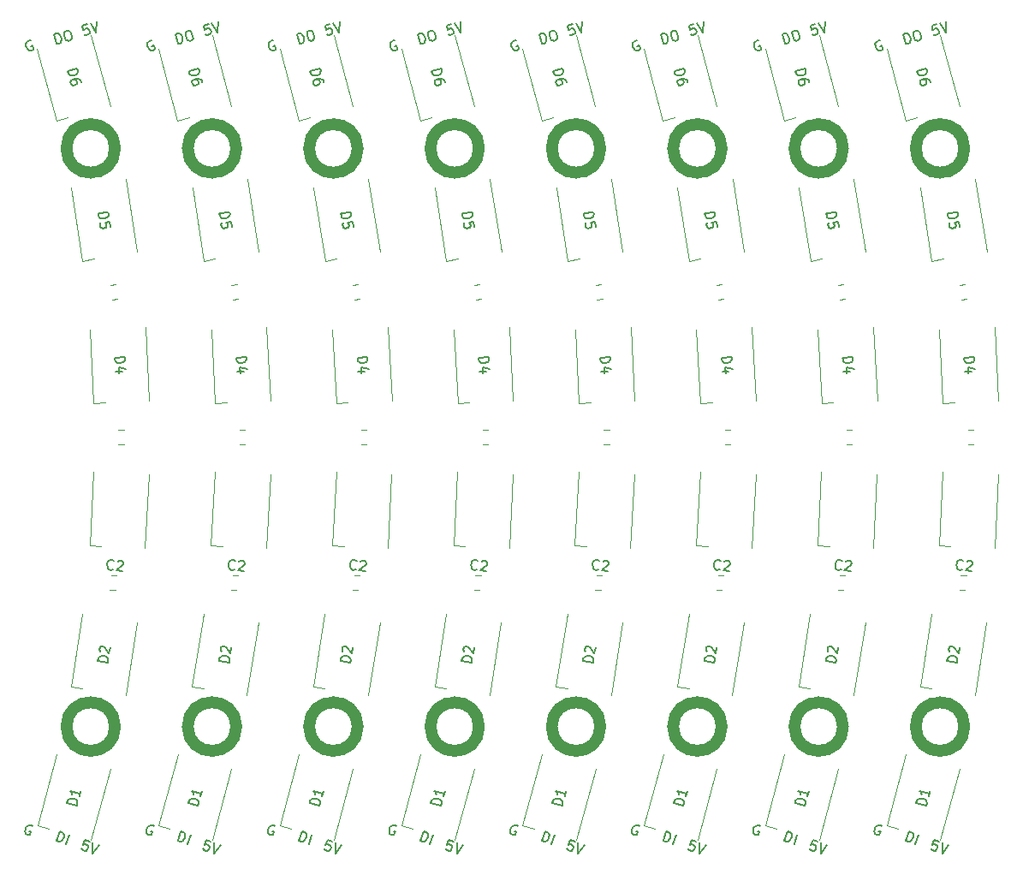
<source format=gbr>
%TF.GenerationSoftware,KiCad,Pcbnew,(5.1.9)-1*%
%TF.CreationDate,2021-02-05T18:08:36+10:00*%
%TF.ProjectId,PCB,5043422e-6b69-4636-9164-5f7063625858,rev?*%
%TF.SameCoordinates,Original*%
%TF.FileFunction,Legend,Top*%
%TF.FilePolarity,Positive*%
%FSLAX46Y46*%
G04 Gerber Fmt 4.6, Leading zero omitted, Abs format (unit mm)*
G04 Created by KiCad (PCBNEW (5.1.9)-1) date 2021-02-05 18:08:36*
%MOMM*%
%LPD*%
G01*
G04 APERTURE LIST*
%ADD10C,0.120000*%
%ADD11C,1.200000*%
%ADD12C,0.150000*%
G04 APERTURE END LIST*
D10*
%TO.C,D4*%
X191096827Y-68474796D02*
X191478879Y-75764792D01*
X185604365Y-68762644D02*
X185986417Y-76052640D01*
X185986417Y-76052640D02*
X187134841Y-75992453D01*
X179096827Y-68474796D02*
X179478879Y-75764792D01*
X173604365Y-68762644D02*
X173986417Y-76052640D01*
X173986417Y-76052640D02*
X175134841Y-75992453D01*
X167096827Y-68474796D02*
X167478879Y-75764792D01*
X161604365Y-68762644D02*
X161986417Y-76052640D01*
X161986417Y-76052640D02*
X163134841Y-75992453D01*
X155096827Y-68474796D02*
X155478879Y-75764792D01*
X149604365Y-68762644D02*
X149986417Y-76052640D01*
X149986417Y-76052640D02*
X151134841Y-75992453D01*
X143096827Y-68474796D02*
X143478879Y-75764792D01*
X137604365Y-68762644D02*
X137986417Y-76052640D01*
X137986417Y-76052640D02*
X139134841Y-75992453D01*
X131096827Y-68474796D02*
X131478879Y-75764792D01*
X125604365Y-68762644D02*
X125986417Y-76052640D01*
X125986417Y-76052640D02*
X127134841Y-75992453D01*
X119096827Y-68474796D02*
X119478879Y-75764792D01*
X113604365Y-68762644D02*
X113986417Y-76052640D01*
X113986417Y-76052640D02*
X115134841Y-75992453D01*
%TO.C,C2*%
X187760602Y-93033446D02*
X188280243Y-93088063D01*
X187606945Y-94495393D02*
X188126586Y-94550010D01*
X175760602Y-93033446D02*
X176280243Y-93088063D01*
X175606945Y-94495393D02*
X176126586Y-94550010D01*
X163760602Y-93033446D02*
X164280243Y-93088063D01*
X163606945Y-94495393D02*
X164126586Y-94550010D01*
X151760602Y-93033446D02*
X152280243Y-93088063D01*
X151606945Y-94495393D02*
X152126586Y-94550010D01*
X139760602Y-93033446D02*
X140280243Y-93088063D01*
X139606945Y-94495393D02*
X140126586Y-94550010D01*
X127760602Y-93033446D02*
X128280243Y-93088063D01*
X127606945Y-94495393D02*
X128126586Y-94550010D01*
X115760602Y-93033446D02*
X116280243Y-93088063D01*
X115606945Y-94495393D02*
X116126586Y-94550010D01*
%TO.C,D3*%
X191455459Y-83097508D02*
X191073407Y-90387504D01*
X185962997Y-82809660D02*
X185580945Y-90099656D01*
X185580945Y-90099656D02*
X186729369Y-90159842D01*
X179455459Y-83097508D02*
X179073407Y-90387504D01*
X173962997Y-82809660D02*
X173580945Y-90099656D01*
X173580945Y-90099656D02*
X174729369Y-90159842D01*
X167455459Y-83097508D02*
X167073407Y-90387504D01*
X161962997Y-82809660D02*
X161580945Y-90099656D01*
X161580945Y-90099656D02*
X162729369Y-90159842D01*
X155455459Y-83097508D02*
X155073407Y-90387504D01*
X149962997Y-82809660D02*
X149580945Y-90099656D01*
X149580945Y-90099656D02*
X150729369Y-90159842D01*
X143455459Y-83097508D02*
X143073407Y-90387504D01*
X137962997Y-82809660D02*
X137580945Y-90099656D01*
X137580945Y-90099656D02*
X138729369Y-90159842D01*
X131455459Y-83097508D02*
X131073407Y-90387504D01*
X125962997Y-82809660D02*
X125580945Y-90099656D01*
X125580945Y-90099656D02*
X126729369Y-90159842D01*
X119455459Y-83097508D02*
X119073407Y-90387504D01*
X113962997Y-82809660D02*
X113580945Y-90099656D01*
X113580945Y-90099656D02*
X114729369Y-90159842D01*
%TO.C,D1*%
X187615433Y-112198560D02*
X185726054Y-119249819D01*
X182302840Y-110775055D02*
X180413461Y-117826314D01*
X180413461Y-117826314D02*
X181524276Y-118123956D01*
X175615433Y-112198560D02*
X173726054Y-119249819D01*
X170302840Y-110775055D02*
X168413461Y-117826314D01*
X168413461Y-117826314D02*
X169524276Y-118123956D01*
X163615433Y-112198560D02*
X161726054Y-119249819D01*
X158302840Y-110775055D02*
X156413461Y-117826314D01*
X156413461Y-117826314D02*
X157524276Y-118123956D01*
X151615433Y-112198560D02*
X149726054Y-119249819D01*
X146302840Y-110775055D02*
X144413461Y-117826314D01*
X144413461Y-117826314D02*
X145524276Y-118123956D01*
X139615433Y-112198560D02*
X137726054Y-119249819D01*
X134302840Y-110775055D02*
X132413461Y-117826314D01*
X132413461Y-117826314D02*
X133524276Y-118123956D01*
X127615433Y-112198560D02*
X125726054Y-119249819D01*
X122302840Y-110775055D02*
X120413461Y-117826314D01*
X120413461Y-117826314D02*
X121524276Y-118123956D01*
X115615433Y-112198560D02*
X113726054Y-119249819D01*
X110302840Y-110775055D02*
X108413461Y-117826314D01*
X108413461Y-117826314D02*
X109524276Y-118123956D01*
%TO.C,D2*%
X190291070Y-97734268D02*
X189149098Y-104944393D01*
X184858784Y-96873879D02*
X183716812Y-104084004D01*
X183716812Y-104084004D02*
X184852654Y-104263903D01*
X178291070Y-97734268D02*
X177149098Y-104944393D01*
X172858784Y-96873879D02*
X171716812Y-104084004D01*
X171716812Y-104084004D02*
X172852654Y-104263903D01*
X166291070Y-97734268D02*
X165149098Y-104944393D01*
X160858784Y-96873879D02*
X159716812Y-104084004D01*
X159716812Y-104084004D02*
X160852654Y-104263903D01*
X154291070Y-97734268D02*
X153149098Y-104944393D01*
X148858784Y-96873879D02*
X147716812Y-104084004D01*
X147716812Y-104084004D02*
X148852654Y-104263903D01*
X142291070Y-97734268D02*
X141149098Y-104944393D01*
X136858784Y-96873879D02*
X135716812Y-104084004D01*
X135716812Y-104084004D02*
X136852654Y-104263903D01*
X130291070Y-97734268D02*
X129149098Y-104944393D01*
X124858784Y-96873879D02*
X123716812Y-104084004D01*
X123716812Y-104084004D02*
X124852654Y-104263903D01*
X118291070Y-97734268D02*
X117149098Y-104944393D01*
X112858784Y-96873879D02*
X111716812Y-104084004D01*
X111716812Y-104084004D02*
X112852654Y-104263903D01*
D11*
%TO.C,REF\u002A\u002A*%
X188096795Y-50850020D02*
G75*
G03*
X188096795Y-50850020I-2400000J0D01*
G01*
X176096795Y-50850020D02*
G75*
G03*
X176096795Y-50850020I-2400000J0D01*
G01*
X164096795Y-50850020D02*
G75*
G03*
X164096795Y-50850020I-2400000J0D01*
G01*
X152096795Y-50850020D02*
G75*
G03*
X152096795Y-50850020I-2400000J0D01*
G01*
X140096795Y-50850020D02*
G75*
G03*
X140096795Y-50850020I-2400000J0D01*
G01*
X128096795Y-50850020D02*
G75*
G03*
X128096795Y-50850020I-2400000J0D01*
G01*
X116096795Y-50850020D02*
G75*
G03*
X116096795Y-50850020I-2400000J0D01*
G01*
X188096795Y-108025735D02*
G75*
G03*
X188096795Y-108025735I-2400000J0D01*
G01*
X176096795Y-108025735D02*
G75*
G03*
X176096795Y-108025735I-2400000J0D01*
G01*
X164096795Y-108025735D02*
G75*
G03*
X164096795Y-108025735I-2400000J0D01*
G01*
X152096795Y-108025735D02*
G75*
G03*
X152096795Y-108025735I-2400000J0D01*
G01*
X140096795Y-108025735D02*
G75*
G03*
X140096795Y-108025735I-2400000J0D01*
G01*
X128096795Y-108025735D02*
G75*
G03*
X128096795Y-108025735I-2400000J0D01*
G01*
X116096795Y-108025735D02*
G75*
G03*
X116096795Y-108025735I-2400000J0D01*
G01*
D10*
%TO.C,D6*%
X185718967Y-39608608D02*
X187608346Y-46659867D01*
X180406374Y-41032113D02*
X182295753Y-48083372D01*
X182295753Y-48083372D02*
X183406568Y-47785730D01*
X173718967Y-39608608D02*
X175608346Y-46659867D01*
X168406374Y-41032113D02*
X170295753Y-48083372D01*
X170295753Y-48083372D02*
X171406568Y-47785730D01*
X161718967Y-39608608D02*
X163608346Y-46659867D01*
X156406374Y-41032113D02*
X158295753Y-48083372D01*
X158295753Y-48083372D02*
X159406568Y-47785730D01*
X149718967Y-39608608D02*
X151608346Y-46659867D01*
X144406374Y-41032113D02*
X146295753Y-48083372D01*
X146295753Y-48083372D02*
X147406568Y-47785730D01*
X137718967Y-39608608D02*
X139608346Y-46659867D01*
X132406374Y-41032113D02*
X134295753Y-48083372D01*
X134295753Y-48083372D02*
X135406568Y-47785730D01*
X125718967Y-39608608D02*
X127608346Y-46659867D01*
X120406374Y-41032113D02*
X122295753Y-48083372D01*
X122295753Y-48083372D02*
X123406568Y-47785730D01*
X113718967Y-39608608D02*
X115608346Y-46659867D01*
X108406374Y-41032113D02*
X110295753Y-48083372D01*
X110295753Y-48083372D02*
X111406568Y-47785730D01*
%TO.C,C4*%
X187624640Y-64353341D02*
X188144281Y-64298724D01*
X187778297Y-65815288D02*
X188297938Y-65760671D01*
X175624640Y-64353341D02*
X176144281Y-64298724D01*
X175778297Y-65815288D02*
X176297938Y-65760671D01*
X163624640Y-64353341D02*
X164144281Y-64298724D01*
X163778297Y-65815288D02*
X164297938Y-65760671D01*
X151624640Y-64353341D02*
X152144281Y-64298724D01*
X151778297Y-65815288D02*
X152297938Y-65760671D01*
X139624640Y-64353341D02*
X140144281Y-64298724D01*
X139778297Y-65815288D02*
X140297938Y-65760671D01*
X127624640Y-64353341D02*
X128144281Y-64298724D01*
X127778297Y-65815288D02*
X128297938Y-65760671D01*
X115624640Y-64353341D02*
X116144281Y-64298724D01*
X115778297Y-65815288D02*
X116297938Y-65760671D01*
%TO.C,C3*%
X188450029Y-78673468D02*
X188972533Y-78673468D01*
X188450029Y-80143468D02*
X188972533Y-80143468D01*
X176450029Y-78673468D02*
X176972533Y-78673468D01*
X176450029Y-80143468D02*
X176972533Y-80143468D01*
X164450029Y-78673468D02*
X164972533Y-78673468D01*
X164450029Y-80143468D02*
X164972533Y-80143468D01*
X152450029Y-78673468D02*
X152972533Y-78673468D01*
X152450029Y-80143468D02*
X152972533Y-80143468D01*
X140450029Y-78673468D02*
X140972533Y-78673468D01*
X140450029Y-80143468D02*
X140972533Y-80143468D01*
X128450029Y-78673468D02*
X128972533Y-78673468D01*
X128450029Y-80143468D02*
X128972533Y-80143468D01*
X116450029Y-78673468D02*
X116972533Y-78673468D01*
X116450029Y-80143468D02*
X116972533Y-80143468D01*
%TO.C,D5*%
X189170815Y-53892909D02*
X190312787Y-61103034D01*
X183738529Y-54753298D02*
X184880501Y-61963423D01*
X184880501Y-61963423D02*
X186016342Y-61783524D01*
X177170815Y-53892909D02*
X178312787Y-61103034D01*
X171738529Y-54753298D02*
X172880501Y-61963423D01*
X172880501Y-61963423D02*
X174016342Y-61783524D01*
X165170815Y-53892909D02*
X166312787Y-61103034D01*
X159738529Y-54753298D02*
X160880501Y-61963423D01*
X160880501Y-61963423D02*
X162016342Y-61783524D01*
X153170815Y-53892909D02*
X154312787Y-61103034D01*
X147738529Y-54753298D02*
X148880501Y-61963423D01*
X148880501Y-61963423D02*
X150016342Y-61783524D01*
X141170815Y-53892909D02*
X142312787Y-61103034D01*
X135738529Y-54753298D02*
X136880501Y-61963423D01*
X136880501Y-61963423D02*
X138016342Y-61783524D01*
X129170815Y-53892909D02*
X130312787Y-61103034D01*
X123738529Y-54753298D02*
X124880501Y-61963423D01*
X124880501Y-61963423D02*
X126016342Y-61783524D01*
X117170815Y-53892909D02*
X118312787Y-61103034D01*
X111738529Y-54753298D02*
X112880501Y-61963423D01*
X112880501Y-61963423D02*
X114016342Y-61783524D01*
%TO.C,D6*%
X98295753Y-48083372D02*
X99406568Y-47785730D01*
X96406374Y-41032113D02*
X98295753Y-48083372D01*
X101718967Y-39608608D02*
X103608346Y-46659867D01*
%TO.C,D5*%
X100880501Y-61963423D02*
X102016342Y-61783524D01*
X99738529Y-54753298D02*
X100880501Y-61963423D01*
X105170815Y-53892909D02*
X106312787Y-61103034D01*
%TO.C,C4*%
X103778297Y-65815288D02*
X104297938Y-65760671D01*
X103624640Y-64353341D02*
X104144281Y-64298724D01*
%TO.C,C3*%
X104450029Y-80143468D02*
X104972533Y-80143468D01*
X104450029Y-78673468D02*
X104972533Y-78673468D01*
%TO.C,C2*%
X103606945Y-94495393D02*
X104126586Y-94550010D01*
X103760602Y-93033446D02*
X104280243Y-93088063D01*
%TO.C,D4*%
X101986417Y-76052640D02*
X103134841Y-75992453D01*
X101604365Y-68762644D02*
X101986417Y-76052640D01*
X107096827Y-68474796D02*
X107478879Y-75764792D01*
%TO.C,D3*%
X101580945Y-90099656D02*
X102729369Y-90159842D01*
X101962997Y-82809660D02*
X101580945Y-90099656D01*
X107455459Y-83097508D02*
X107073407Y-90387504D01*
%TO.C,D2*%
X99716812Y-104084004D02*
X100852654Y-104263903D01*
X100858784Y-96873879D02*
X99716812Y-104084004D01*
X106291070Y-97734268D02*
X105149098Y-104944393D01*
%TO.C,D1*%
X96413461Y-117826314D02*
X97524276Y-118123956D01*
X98302840Y-110775055D02*
X96413461Y-117826314D01*
X103615433Y-112198560D02*
X101726054Y-119249819D01*
D11*
%TO.C,REF\u002A\u002A*%
X104096795Y-108025735D02*
G75*
G03*
X104096795Y-108025735I-2400000J0D01*
G01*
X104096795Y-50850020D02*
G75*
G03*
X104096795Y-50850020I-2400000J0D01*
G01*
%TO.C,GND1*%
D12*
X179932994Y-117893204D02*
X179857133Y-117818486D01*
X179721267Y-117774340D01*
X179570687Y-117775484D01*
X179450680Y-117836630D01*
X179375961Y-117912492D01*
X179271813Y-118078930D01*
X179227667Y-118214796D01*
X179214095Y-118410664D01*
X179229954Y-118515956D01*
X179291100Y-118635963D01*
X179412250Y-118725397D01*
X179502827Y-118754827D01*
X179653407Y-118753684D01*
X179713411Y-118723111D01*
X179816417Y-118406092D01*
X179635263Y-118347231D01*
X167932994Y-117893204D02*
X167857133Y-117818486D01*
X167721267Y-117774340D01*
X167570687Y-117775484D01*
X167450680Y-117836630D01*
X167375961Y-117912492D01*
X167271813Y-118078930D01*
X167227667Y-118214796D01*
X167214095Y-118410664D01*
X167229954Y-118515956D01*
X167291100Y-118635963D01*
X167412250Y-118725397D01*
X167502827Y-118754827D01*
X167653407Y-118753684D01*
X167713411Y-118723111D01*
X167816417Y-118406092D01*
X167635263Y-118347231D01*
X155932994Y-117893204D02*
X155857133Y-117818486D01*
X155721267Y-117774340D01*
X155570687Y-117775484D01*
X155450680Y-117836630D01*
X155375961Y-117912492D01*
X155271813Y-118078930D01*
X155227667Y-118214796D01*
X155214095Y-118410664D01*
X155229954Y-118515956D01*
X155291100Y-118635963D01*
X155412250Y-118725397D01*
X155502827Y-118754827D01*
X155653407Y-118753684D01*
X155713411Y-118723111D01*
X155816417Y-118406092D01*
X155635263Y-118347231D01*
X143932994Y-117893204D02*
X143857133Y-117818486D01*
X143721267Y-117774340D01*
X143570687Y-117775484D01*
X143450680Y-117836630D01*
X143375961Y-117912492D01*
X143271813Y-118078930D01*
X143227667Y-118214796D01*
X143214095Y-118410664D01*
X143229954Y-118515956D01*
X143291100Y-118635963D01*
X143412250Y-118725397D01*
X143502827Y-118754827D01*
X143653407Y-118753684D01*
X143713411Y-118723111D01*
X143816417Y-118406092D01*
X143635263Y-118347231D01*
X131932994Y-117893204D02*
X131857133Y-117818486D01*
X131721267Y-117774340D01*
X131570687Y-117775484D01*
X131450680Y-117836630D01*
X131375961Y-117912492D01*
X131271813Y-118078930D01*
X131227667Y-118214796D01*
X131214095Y-118410664D01*
X131229954Y-118515956D01*
X131291100Y-118635963D01*
X131412250Y-118725397D01*
X131502827Y-118754827D01*
X131653407Y-118753684D01*
X131713411Y-118723111D01*
X131816417Y-118406092D01*
X131635263Y-118347231D01*
X119932994Y-117893204D02*
X119857133Y-117818486D01*
X119721267Y-117774340D01*
X119570687Y-117775484D01*
X119450680Y-117836630D01*
X119375961Y-117912492D01*
X119271813Y-118078930D01*
X119227667Y-118214796D01*
X119214095Y-118410664D01*
X119229954Y-118515956D01*
X119291100Y-118635963D01*
X119412250Y-118725397D01*
X119502827Y-118754827D01*
X119653407Y-118753684D01*
X119713411Y-118723111D01*
X119816417Y-118406092D01*
X119635263Y-118347231D01*
X107932994Y-117893204D02*
X107857133Y-117818486D01*
X107721267Y-117774340D01*
X107570687Y-117775484D01*
X107450680Y-117836630D01*
X107375961Y-117912492D01*
X107271813Y-118078930D01*
X107227667Y-118214796D01*
X107214095Y-118410664D01*
X107229954Y-118515956D01*
X107291100Y-118635963D01*
X107412250Y-118725397D01*
X107502827Y-118754827D01*
X107653407Y-118753684D01*
X107713411Y-118723111D01*
X107816417Y-118406092D01*
X107635263Y-118347231D01*
%TO.C,5V*%
X185350479Y-38560139D02*
X184890515Y-38683386D01*
X184967765Y-39155676D01*
X185001437Y-39097354D01*
X185081105Y-39026708D01*
X185311088Y-38965085D01*
X185415405Y-38986432D01*
X185473727Y-39020104D01*
X185544372Y-39099772D01*
X185605996Y-39329754D01*
X185584649Y-39434072D01*
X185550977Y-39492393D01*
X185471309Y-39563039D01*
X185241327Y-39624663D01*
X185137009Y-39603316D01*
X185078688Y-39569644D01*
X185672455Y-38473866D02*
X186253249Y-39353519D01*
X186316405Y-38301320D01*
X173350479Y-38560139D02*
X172890515Y-38683386D01*
X172967765Y-39155676D01*
X173001437Y-39097354D01*
X173081105Y-39026708D01*
X173311088Y-38965085D01*
X173415405Y-38986432D01*
X173473727Y-39020104D01*
X173544372Y-39099772D01*
X173605996Y-39329754D01*
X173584649Y-39434072D01*
X173550977Y-39492393D01*
X173471309Y-39563039D01*
X173241327Y-39624663D01*
X173137009Y-39603316D01*
X173078688Y-39569644D01*
X173672455Y-38473866D02*
X174253249Y-39353519D01*
X174316405Y-38301320D01*
X161350479Y-38560139D02*
X160890515Y-38683386D01*
X160967765Y-39155676D01*
X161001437Y-39097354D01*
X161081105Y-39026708D01*
X161311088Y-38965085D01*
X161415405Y-38986432D01*
X161473727Y-39020104D01*
X161544372Y-39099772D01*
X161605996Y-39329754D01*
X161584649Y-39434072D01*
X161550977Y-39492393D01*
X161471309Y-39563039D01*
X161241327Y-39624663D01*
X161137009Y-39603316D01*
X161078688Y-39569644D01*
X161672455Y-38473866D02*
X162253249Y-39353519D01*
X162316405Y-38301320D01*
X149350479Y-38560139D02*
X148890515Y-38683386D01*
X148967765Y-39155676D01*
X149001437Y-39097354D01*
X149081105Y-39026708D01*
X149311088Y-38965085D01*
X149415405Y-38986432D01*
X149473727Y-39020104D01*
X149544372Y-39099772D01*
X149605996Y-39329754D01*
X149584649Y-39434072D01*
X149550977Y-39492393D01*
X149471309Y-39563039D01*
X149241327Y-39624663D01*
X149137009Y-39603316D01*
X149078688Y-39569644D01*
X149672455Y-38473866D02*
X150253249Y-39353519D01*
X150316405Y-38301320D01*
X137350479Y-38560139D02*
X136890515Y-38683386D01*
X136967765Y-39155676D01*
X137001437Y-39097354D01*
X137081105Y-39026708D01*
X137311088Y-38965085D01*
X137415405Y-38986432D01*
X137473727Y-39020104D01*
X137544372Y-39099772D01*
X137605996Y-39329754D01*
X137584649Y-39434072D01*
X137550977Y-39492393D01*
X137471309Y-39563039D01*
X137241327Y-39624663D01*
X137137009Y-39603316D01*
X137078688Y-39569644D01*
X137672455Y-38473866D02*
X138253249Y-39353519D01*
X138316405Y-38301320D01*
X125350479Y-38560139D02*
X124890515Y-38683386D01*
X124967765Y-39155676D01*
X125001437Y-39097354D01*
X125081105Y-39026708D01*
X125311088Y-38965085D01*
X125415405Y-38986432D01*
X125473727Y-39020104D01*
X125544372Y-39099772D01*
X125605996Y-39329754D01*
X125584649Y-39434072D01*
X125550977Y-39492393D01*
X125471309Y-39563039D01*
X125241327Y-39624663D01*
X125137009Y-39603316D01*
X125078688Y-39569644D01*
X125672455Y-38473866D02*
X126253249Y-39353519D01*
X126316405Y-38301320D01*
X113350479Y-38560139D02*
X112890515Y-38683386D01*
X112967765Y-39155676D01*
X113001437Y-39097354D01*
X113081105Y-39026708D01*
X113311088Y-38965085D01*
X113415405Y-38986432D01*
X113473727Y-39020104D01*
X113544372Y-39099772D01*
X113605996Y-39329754D01*
X113584649Y-39434072D01*
X113550977Y-39492393D01*
X113471309Y-39563039D01*
X113241327Y-39624663D01*
X113137009Y-39603316D01*
X113078688Y-39569644D01*
X113672455Y-38473866D02*
X114253249Y-39353519D01*
X114316405Y-38301320D01*
%TO.C,G*%
X179754571Y-40190851D02*
X179650253Y-40169504D01*
X179512263Y-40206478D01*
X179386599Y-40289448D01*
X179319255Y-40406091D01*
X179297908Y-40510408D01*
X179301211Y-40706719D01*
X179338185Y-40844708D01*
X179433480Y-41016370D01*
X179504126Y-41096038D01*
X179620768Y-41163381D01*
X179771083Y-41172404D01*
X179863075Y-41147754D01*
X179988740Y-41064784D01*
X180022412Y-41006462D01*
X179936139Y-40684487D01*
X179752153Y-40733786D01*
X167754571Y-40190851D02*
X167650253Y-40169504D01*
X167512263Y-40206478D01*
X167386599Y-40289448D01*
X167319255Y-40406091D01*
X167297908Y-40510408D01*
X167301211Y-40706719D01*
X167338185Y-40844708D01*
X167433480Y-41016370D01*
X167504126Y-41096038D01*
X167620768Y-41163381D01*
X167771083Y-41172404D01*
X167863075Y-41147754D01*
X167988740Y-41064784D01*
X168022412Y-41006462D01*
X167936139Y-40684487D01*
X167752153Y-40733786D01*
X155754571Y-40190851D02*
X155650253Y-40169504D01*
X155512263Y-40206478D01*
X155386599Y-40289448D01*
X155319255Y-40406091D01*
X155297908Y-40510408D01*
X155301211Y-40706719D01*
X155338185Y-40844708D01*
X155433480Y-41016370D01*
X155504126Y-41096038D01*
X155620768Y-41163381D01*
X155771083Y-41172404D01*
X155863075Y-41147754D01*
X155988740Y-41064784D01*
X156022412Y-41006462D01*
X155936139Y-40684487D01*
X155752153Y-40733786D01*
X143754571Y-40190851D02*
X143650253Y-40169504D01*
X143512263Y-40206478D01*
X143386599Y-40289448D01*
X143319255Y-40406091D01*
X143297908Y-40510408D01*
X143301211Y-40706719D01*
X143338185Y-40844708D01*
X143433480Y-41016370D01*
X143504126Y-41096038D01*
X143620768Y-41163381D01*
X143771083Y-41172404D01*
X143863075Y-41147754D01*
X143988740Y-41064784D01*
X144022412Y-41006462D01*
X143936139Y-40684487D01*
X143752153Y-40733786D01*
X131754571Y-40190851D02*
X131650253Y-40169504D01*
X131512263Y-40206478D01*
X131386599Y-40289448D01*
X131319255Y-40406091D01*
X131297908Y-40510408D01*
X131301211Y-40706719D01*
X131338185Y-40844708D01*
X131433480Y-41016370D01*
X131504126Y-41096038D01*
X131620768Y-41163381D01*
X131771083Y-41172404D01*
X131863075Y-41147754D01*
X131988740Y-41064784D01*
X132022412Y-41006462D01*
X131936139Y-40684487D01*
X131752153Y-40733786D01*
X119754571Y-40190851D02*
X119650253Y-40169504D01*
X119512263Y-40206478D01*
X119386599Y-40289448D01*
X119319255Y-40406091D01*
X119297908Y-40510408D01*
X119301211Y-40706719D01*
X119338185Y-40844708D01*
X119433480Y-41016370D01*
X119504126Y-41096038D01*
X119620768Y-41163381D01*
X119771083Y-41172404D01*
X119863075Y-41147754D01*
X119988740Y-41064784D01*
X120022412Y-41006462D01*
X119936139Y-40684487D01*
X119752153Y-40733786D01*
X107754571Y-40190851D02*
X107650253Y-40169504D01*
X107512263Y-40206478D01*
X107386599Y-40289448D01*
X107319255Y-40406091D01*
X107297908Y-40510408D01*
X107301211Y-40706719D01*
X107338185Y-40844708D01*
X107433480Y-41016370D01*
X107504126Y-41096038D01*
X107620768Y-41163381D01*
X107771083Y-41172404D01*
X107863075Y-41147754D01*
X107988740Y-41064784D01*
X108022412Y-41006462D01*
X107936139Y-40684487D01*
X107752153Y-40733786D01*
%TO.C,5V*%
X185588069Y-119409922D02*
X185135185Y-119262772D01*
X184942746Y-119700940D01*
X185002750Y-119670367D01*
X185108041Y-119654509D01*
X185334483Y-119728084D01*
X185410345Y-119802803D01*
X185440919Y-119862807D01*
X185456777Y-119968098D01*
X185383201Y-120194540D01*
X185308483Y-120270402D01*
X185248479Y-120300975D01*
X185143187Y-120316834D01*
X184916745Y-120243258D01*
X184840884Y-120168540D01*
X184810310Y-120108536D01*
X185905088Y-119512928D02*
X185913090Y-120566990D01*
X186539126Y-119718939D01*
X173588069Y-119409922D02*
X173135185Y-119262772D01*
X172942746Y-119700940D01*
X173002750Y-119670367D01*
X173108041Y-119654509D01*
X173334483Y-119728084D01*
X173410345Y-119802803D01*
X173440919Y-119862807D01*
X173456777Y-119968098D01*
X173383201Y-120194540D01*
X173308483Y-120270402D01*
X173248479Y-120300975D01*
X173143187Y-120316834D01*
X172916745Y-120243258D01*
X172840884Y-120168540D01*
X172810310Y-120108536D01*
X173905088Y-119512928D02*
X173913090Y-120566990D01*
X174539126Y-119718939D01*
X161588069Y-119409922D02*
X161135185Y-119262772D01*
X160942746Y-119700940D01*
X161002750Y-119670367D01*
X161108041Y-119654509D01*
X161334483Y-119728084D01*
X161410345Y-119802803D01*
X161440919Y-119862807D01*
X161456777Y-119968098D01*
X161383201Y-120194540D01*
X161308483Y-120270402D01*
X161248479Y-120300975D01*
X161143187Y-120316834D01*
X160916745Y-120243258D01*
X160840884Y-120168540D01*
X160810310Y-120108536D01*
X161905088Y-119512928D02*
X161913090Y-120566990D01*
X162539126Y-119718939D01*
X149588069Y-119409922D02*
X149135185Y-119262772D01*
X148942746Y-119700940D01*
X149002750Y-119670367D01*
X149108041Y-119654509D01*
X149334483Y-119728084D01*
X149410345Y-119802803D01*
X149440919Y-119862807D01*
X149456777Y-119968098D01*
X149383201Y-120194540D01*
X149308483Y-120270402D01*
X149248479Y-120300975D01*
X149143187Y-120316834D01*
X148916745Y-120243258D01*
X148840884Y-120168540D01*
X148810310Y-120108536D01*
X149905088Y-119512928D02*
X149913090Y-120566990D01*
X150539126Y-119718939D01*
X137588069Y-119409922D02*
X137135185Y-119262772D01*
X136942746Y-119700940D01*
X137002750Y-119670367D01*
X137108041Y-119654509D01*
X137334483Y-119728084D01*
X137410345Y-119802803D01*
X137440919Y-119862807D01*
X137456777Y-119968098D01*
X137383201Y-120194540D01*
X137308483Y-120270402D01*
X137248479Y-120300975D01*
X137143187Y-120316834D01*
X136916745Y-120243258D01*
X136840884Y-120168540D01*
X136810310Y-120108536D01*
X137905088Y-119512928D02*
X137913090Y-120566990D01*
X138539126Y-119718939D01*
X125588069Y-119409922D02*
X125135185Y-119262772D01*
X124942746Y-119700940D01*
X125002750Y-119670367D01*
X125108041Y-119654509D01*
X125334483Y-119728084D01*
X125410345Y-119802803D01*
X125440919Y-119862807D01*
X125456777Y-119968098D01*
X125383201Y-120194540D01*
X125308483Y-120270402D01*
X125248479Y-120300975D01*
X125143187Y-120316834D01*
X124916745Y-120243258D01*
X124840884Y-120168540D01*
X124810310Y-120108536D01*
X125905088Y-119512928D02*
X125913090Y-120566990D01*
X126539126Y-119718939D01*
X113588069Y-119409922D02*
X113135185Y-119262772D01*
X112942746Y-119700940D01*
X113002750Y-119670367D01*
X113108041Y-119654509D01*
X113334483Y-119728084D01*
X113410345Y-119802803D01*
X113440919Y-119862807D01*
X113456777Y-119968098D01*
X113383201Y-120194540D01*
X113308483Y-120270402D01*
X113248479Y-120300975D01*
X113143187Y-120316834D01*
X112916745Y-120243258D01*
X112840884Y-120168540D01*
X112810310Y-120108536D01*
X113905088Y-119512928D02*
X113913090Y-120566990D01*
X114539126Y-119718939D01*
%TO.C,DO*%
X182341943Y-40518324D02*
X182083124Y-39552398D01*
X182313106Y-39490774D01*
X182463420Y-39499797D01*
X182580062Y-39567140D01*
X182650708Y-39646808D01*
X182746004Y-39818470D01*
X182782978Y-39956459D01*
X182786280Y-40152770D01*
X182764933Y-40257087D01*
X182697590Y-40373730D01*
X182571925Y-40456700D01*
X182341943Y-40518324D01*
X183233035Y-39244280D02*
X183417021Y-39194981D01*
X183521339Y-39216328D01*
X183637981Y-39283672D01*
X183733276Y-39455333D01*
X183819549Y-39777308D01*
X183822852Y-39973619D01*
X183755508Y-40090261D01*
X183675840Y-40160907D01*
X183491854Y-40210206D01*
X183387537Y-40188859D01*
X183270894Y-40121515D01*
X183175599Y-39949854D01*
X183089326Y-39627879D01*
X183086024Y-39431568D01*
X183153367Y-39314926D01*
X183233035Y-39244280D01*
X170341943Y-40518324D02*
X170083124Y-39552398D01*
X170313106Y-39490774D01*
X170463420Y-39499797D01*
X170580062Y-39567140D01*
X170650708Y-39646808D01*
X170746004Y-39818470D01*
X170782978Y-39956459D01*
X170786280Y-40152770D01*
X170764933Y-40257087D01*
X170697590Y-40373730D01*
X170571925Y-40456700D01*
X170341943Y-40518324D01*
X171233035Y-39244280D02*
X171417021Y-39194981D01*
X171521339Y-39216328D01*
X171637981Y-39283672D01*
X171733276Y-39455333D01*
X171819549Y-39777308D01*
X171822852Y-39973619D01*
X171755508Y-40090261D01*
X171675840Y-40160907D01*
X171491854Y-40210206D01*
X171387537Y-40188859D01*
X171270894Y-40121515D01*
X171175599Y-39949854D01*
X171089326Y-39627879D01*
X171086024Y-39431568D01*
X171153367Y-39314926D01*
X171233035Y-39244280D01*
X158341943Y-40518324D02*
X158083124Y-39552398D01*
X158313106Y-39490774D01*
X158463420Y-39499797D01*
X158580062Y-39567140D01*
X158650708Y-39646808D01*
X158746004Y-39818470D01*
X158782978Y-39956459D01*
X158786280Y-40152770D01*
X158764933Y-40257087D01*
X158697590Y-40373730D01*
X158571925Y-40456700D01*
X158341943Y-40518324D01*
X159233035Y-39244280D02*
X159417021Y-39194981D01*
X159521339Y-39216328D01*
X159637981Y-39283672D01*
X159733276Y-39455333D01*
X159819549Y-39777308D01*
X159822852Y-39973619D01*
X159755508Y-40090261D01*
X159675840Y-40160907D01*
X159491854Y-40210206D01*
X159387537Y-40188859D01*
X159270894Y-40121515D01*
X159175599Y-39949854D01*
X159089326Y-39627879D01*
X159086024Y-39431568D01*
X159153367Y-39314926D01*
X159233035Y-39244280D01*
X146341943Y-40518324D02*
X146083124Y-39552398D01*
X146313106Y-39490774D01*
X146463420Y-39499797D01*
X146580062Y-39567140D01*
X146650708Y-39646808D01*
X146746004Y-39818470D01*
X146782978Y-39956459D01*
X146786280Y-40152770D01*
X146764933Y-40257087D01*
X146697590Y-40373730D01*
X146571925Y-40456700D01*
X146341943Y-40518324D01*
X147233035Y-39244280D02*
X147417021Y-39194981D01*
X147521339Y-39216328D01*
X147637981Y-39283672D01*
X147733276Y-39455333D01*
X147819549Y-39777308D01*
X147822852Y-39973619D01*
X147755508Y-40090261D01*
X147675840Y-40160907D01*
X147491854Y-40210206D01*
X147387537Y-40188859D01*
X147270894Y-40121515D01*
X147175599Y-39949854D01*
X147089326Y-39627879D01*
X147086024Y-39431568D01*
X147153367Y-39314926D01*
X147233035Y-39244280D01*
X134341943Y-40518324D02*
X134083124Y-39552398D01*
X134313106Y-39490774D01*
X134463420Y-39499797D01*
X134580062Y-39567140D01*
X134650708Y-39646808D01*
X134746004Y-39818470D01*
X134782978Y-39956459D01*
X134786280Y-40152770D01*
X134764933Y-40257087D01*
X134697590Y-40373730D01*
X134571925Y-40456700D01*
X134341943Y-40518324D01*
X135233035Y-39244280D02*
X135417021Y-39194981D01*
X135521339Y-39216328D01*
X135637981Y-39283672D01*
X135733276Y-39455333D01*
X135819549Y-39777308D01*
X135822852Y-39973619D01*
X135755508Y-40090261D01*
X135675840Y-40160907D01*
X135491854Y-40210206D01*
X135387537Y-40188859D01*
X135270894Y-40121515D01*
X135175599Y-39949854D01*
X135089326Y-39627879D01*
X135086024Y-39431568D01*
X135153367Y-39314926D01*
X135233035Y-39244280D01*
X122341943Y-40518324D02*
X122083124Y-39552398D01*
X122313106Y-39490774D01*
X122463420Y-39499797D01*
X122580062Y-39567140D01*
X122650708Y-39646808D01*
X122746004Y-39818470D01*
X122782978Y-39956459D01*
X122786280Y-40152770D01*
X122764933Y-40257087D01*
X122697590Y-40373730D01*
X122571925Y-40456700D01*
X122341943Y-40518324D01*
X123233035Y-39244280D02*
X123417021Y-39194981D01*
X123521339Y-39216328D01*
X123637981Y-39283672D01*
X123733276Y-39455333D01*
X123819549Y-39777308D01*
X123822852Y-39973619D01*
X123755508Y-40090261D01*
X123675840Y-40160907D01*
X123491854Y-40210206D01*
X123387537Y-40188859D01*
X123270894Y-40121515D01*
X123175599Y-39949854D01*
X123089326Y-39627879D01*
X123086024Y-39431568D01*
X123153367Y-39314926D01*
X123233035Y-39244280D01*
X110341943Y-40518324D02*
X110083124Y-39552398D01*
X110313106Y-39490774D01*
X110463420Y-39499797D01*
X110580062Y-39567140D01*
X110650708Y-39646808D01*
X110746004Y-39818470D01*
X110782978Y-39956459D01*
X110786280Y-40152770D01*
X110764933Y-40257087D01*
X110697590Y-40373730D01*
X110571925Y-40456700D01*
X110341943Y-40518324D01*
X111233035Y-39244280D02*
X111417021Y-39194981D01*
X111521339Y-39216328D01*
X111637981Y-39283672D01*
X111733276Y-39455333D01*
X111819549Y-39777308D01*
X111822852Y-39973619D01*
X111755508Y-40090261D01*
X111675840Y-40160907D01*
X111491854Y-40210206D01*
X111387537Y-40188859D01*
X111270894Y-40121515D01*
X111175599Y-39949854D01*
X111089326Y-39627879D01*
X111086024Y-39431568D01*
X111153367Y-39314926D01*
X111233035Y-39244280D01*
%TO.C,DI1*%
X182317678Y-119325531D02*
X182626695Y-118374474D01*
X182853137Y-118448050D01*
X182974287Y-118537484D01*
X183035434Y-118657491D01*
X183051292Y-118762782D01*
X183037720Y-118958651D01*
X182993575Y-119094516D01*
X182889426Y-119260955D01*
X182814707Y-119336817D01*
X182694700Y-119397963D01*
X182544120Y-119399106D01*
X182317678Y-119325531D01*
X183268734Y-119634548D02*
X183577751Y-118683491D01*
X170317678Y-119325531D02*
X170626695Y-118374474D01*
X170853137Y-118448050D01*
X170974287Y-118537484D01*
X171035434Y-118657491D01*
X171051292Y-118762782D01*
X171037720Y-118958651D01*
X170993575Y-119094516D01*
X170889426Y-119260955D01*
X170814707Y-119336817D01*
X170694700Y-119397963D01*
X170544120Y-119399106D01*
X170317678Y-119325531D01*
X171268734Y-119634548D02*
X171577751Y-118683491D01*
X158317678Y-119325531D02*
X158626695Y-118374474D01*
X158853137Y-118448050D01*
X158974287Y-118537484D01*
X159035434Y-118657491D01*
X159051292Y-118762782D01*
X159037720Y-118958651D01*
X158993575Y-119094516D01*
X158889426Y-119260955D01*
X158814707Y-119336817D01*
X158694700Y-119397963D01*
X158544120Y-119399106D01*
X158317678Y-119325531D01*
X159268734Y-119634548D02*
X159577751Y-118683491D01*
X146317678Y-119325531D02*
X146626695Y-118374474D01*
X146853137Y-118448050D01*
X146974287Y-118537484D01*
X147035434Y-118657491D01*
X147051292Y-118762782D01*
X147037720Y-118958651D01*
X146993575Y-119094516D01*
X146889426Y-119260955D01*
X146814707Y-119336817D01*
X146694700Y-119397963D01*
X146544120Y-119399106D01*
X146317678Y-119325531D01*
X147268734Y-119634548D02*
X147577751Y-118683491D01*
X134317678Y-119325531D02*
X134626695Y-118374474D01*
X134853137Y-118448050D01*
X134974287Y-118537484D01*
X135035434Y-118657491D01*
X135051292Y-118762782D01*
X135037720Y-118958651D01*
X134993575Y-119094516D01*
X134889426Y-119260955D01*
X134814707Y-119336817D01*
X134694700Y-119397963D01*
X134544120Y-119399106D01*
X134317678Y-119325531D01*
X135268734Y-119634548D02*
X135577751Y-118683491D01*
X122317678Y-119325531D02*
X122626695Y-118374474D01*
X122853137Y-118448050D01*
X122974287Y-118537484D01*
X123035434Y-118657491D01*
X123051292Y-118762782D01*
X123037720Y-118958651D01*
X122993575Y-119094516D01*
X122889426Y-119260955D01*
X122814707Y-119336817D01*
X122694700Y-119397963D01*
X122544120Y-119399106D01*
X122317678Y-119325531D01*
X123268734Y-119634548D02*
X123577751Y-118683491D01*
X110317678Y-119325531D02*
X110626695Y-118374474D01*
X110853137Y-118448050D01*
X110974287Y-118537484D01*
X111035434Y-118657491D01*
X111051292Y-118762782D01*
X111037720Y-118958651D01*
X110993575Y-119094516D01*
X110889426Y-119260955D01*
X110814707Y-119336817D01*
X110694700Y-119397963D01*
X110544120Y-119399106D01*
X110317678Y-119325531D01*
X111268734Y-119634548D02*
X111577751Y-118683491D01*
%TO.C,D4*%
X188081410Y-71524192D02*
X189080039Y-71471856D01*
X189092500Y-71709625D01*
X189052423Y-71854778D01*
X188962300Y-71954870D01*
X188869684Y-72007408D01*
X188681961Y-72064931D01*
X188539300Y-72072407D01*
X188346593Y-72034822D01*
X188248993Y-71992253D01*
X188148901Y-71902130D01*
X188093871Y-71761961D01*
X188081410Y-71524192D01*
X188821928Y-72915915D02*
X188156175Y-72950805D01*
X189189898Y-72658208D02*
X188464130Y-72457822D01*
X188496528Y-73076021D01*
X176081410Y-71524192D02*
X177080039Y-71471856D01*
X177092500Y-71709625D01*
X177052423Y-71854778D01*
X176962300Y-71954870D01*
X176869684Y-72007408D01*
X176681961Y-72064931D01*
X176539300Y-72072407D01*
X176346593Y-72034822D01*
X176248993Y-71992253D01*
X176148901Y-71902130D01*
X176093871Y-71761961D01*
X176081410Y-71524192D01*
X176821928Y-72915915D02*
X176156175Y-72950805D01*
X177189898Y-72658208D02*
X176464130Y-72457822D01*
X176496528Y-73076021D01*
X164081410Y-71524192D02*
X165080039Y-71471856D01*
X165092500Y-71709625D01*
X165052423Y-71854778D01*
X164962300Y-71954870D01*
X164869684Y-72007408D01*
X164681961Y-72064931D01*
X164539300Y-72072407D01*
X164346593Y-72034822D01*
X164248993Y-71992253D01*
X164148901Y-71902130D01*
X164093871Y-71761961D01*
X164081410Y-71524192D01*
X164821928Y-72915915D02*
X164156175Y-72950805D01*
X165189898Y-72658208D02*
X164464130Y-72457822D01*
X164496528Y-73076021D01*
X152081410Y-71524192D02*
X153080039Y-71471856D01*
X153092500Y-71709625D01*
X153052423Y-71854778D01*
X152962300Y-71954870D01*
X152869684Y-72007408D01*
X152681961Y-72064931D01*
X152539300Y-72072407D01*
X152346593Y-72034822D01*
X152248993Y-71992253D01*
X152148901Y-71902130D01*
X152093871Y-71761961D01*
X152081410Y-71524192D01*
X152821928Y-72915915D02*
X152156175Y-72950805D01*
X153189898Y-72658208D02*
X152464130Y-72457822D01*
X152496528Y-73076021D01*
X140081410Y-71524192D02*
X141080039Y-71471856D01*
X141092500Y-71709625D01*
X141052423Y-71854778D01*
X140962300Y-71954870D01*
X140869684Y-72007408D01*
X140681961Y-72064931D01*
X140539300Y-72072407D01*
X140346593Y-72034822D01*
X140248993Y-71992253D01*
X140148901Y-71902130D01*
X140093871Y-71761961D01*
X140081410Y-71524192D01*
X140821928Y-72915915D02*
X140156175Y-72950805D01*
X141189898Y-72658208D02*
X140464130Y-72457822D01*
X140496528Y-73076021D01*
X128081410Y-71524192D02*
X129080039Y-71471856D01*
X129092500Y-71709625D01*
X129052423Y-71854778D01*
X128962300Y-71954870D01*
X128869684Y-72007408D01*
X128681961Y-72064931D01*
X128539300Y-72072407D01*
X128346593Y-72034822D01*
X128248993Y-71992253D01*
X128148901Y-71902130D01*
X128093871Y-71761961D01*
X128081410Y-71524192D01*
X128821928Y-72915915D02*
X128156175Y-72950805D01*
X129189898Y-72658208D02*
X128464130Y-72457822D01*
X128496528Y-73076021D01*
X116081410Y-71524192D02*
X117080039Y-71471856D01*
X117092500Y-71709625D01*
X117052423Y-71854778D01*
X116962300Y-71954870D01*
X116869684Y-72007408D01*
X116681961Y-72064931D01*
X116539300Y-72072407D01*
X116346593Y-72034822D01*
X116248993Y-71992253D01*
X116148901Y-71902130D01*
X116093871Y-71761961D01*
X116081410Y-71524192D01*
X116821928Y-72915915D02*
X116156175Y-72950805D01*
X117189898Y-72658208D02*
X116464130Y-72457822D01*
X116496528Y-73076021D01*
%TO.C,C2*%
X187916116Y-92458695D02*
X187863781Y-92501076D01*
X187716728Y-92533502D01*
X187622012Y-92523547D01*
X187484915Y-92461256D01*
X187400154Y-92356584D01*
X187362751Y-92256890D01*
X187335303Y-92062480D01*
X187350235Y-91920406D01*
X187417504Y-91735950D01*
X187474817Y-91646212D01*
X187579488Y-91561450D01*
X187726541Y-91529025D01*
X187821257Y-91538980D01*
X187958354Y-91601271D01*
X188000735Y-91653606D01*
X188379600Y-91693427D02*
X188431936Y-91651046D01*
X188531630Y-91613643D01*
X188768421Y-91638531D01*
X188858159Y-91695844D01*
X188900540Y-91748180D01*
X188937943Y-91847874D01*
X188927988Y-91942590D01*
X188865697Y-92079687D01*
X188237668Y-92588255D01*
X188853325Y-92652963D01*
X175916116Y-92458695D02*
X175863781Y-92501076D01*
X175716728Y-92533502D01*
X175622012Y-92523547D01*
X175484915Y-92461256D01*
X175400154Y-92356584D01*
X175362751Y-92256890D01*
X175335303Y-92062480D01*
X175350235Y-91920406D01*
X175417504Y-91735950D01*
X175474817Y-91646212D01*
X175579488Y-91561450D01*
X175726541Y-91529025D01*
X175821257Y-91538980D01*
X175958354Y-91601271D01*
X176000735Y-91653606D01*
X176379600Y-91693427D02*
X176431936Y-91651046D01*
X176531630Y-91613643D01*
X176768421Y-91638531D01*
X176858159Y-91695844D01*
X176900540Y-91748180D01*
X176937943Y-91847874D01*
X176927988Y-91942590D01*
X176865697Y-92079687D01*
X176237668Y-92588255D01*
X176853325Y-92652963D01*
X163916116Y-92458695D02*
X163863781Y-92501076D01*
X163716728Y-92533502D01*
X163622012Y-92523547D01*
X163484915Y-92461256D01*
X163400154Y-92356584D01*
X163362751Y-92256890D01*
X163335303Y-92062480D01*
X163350235Y-91920406D01*
X163417504Y-91735950D01*
X163474817Y-91646212D01*
X163579488Y-91561450D01*
X163726541Y-91529025D01*
X163821257Y-91538980D01*
X163958354Y-91601271D01*
X164000735Y-91653606D01*
X164379600Y-91693427D02*
X164431936Y-91651046D01*
X164531630Y-91613643D01*
X164768421Y-91638531D01*
X164858159Y-91695844D01*
X164900540Y-91748180D01*
X164937943Y-91847874D01*
X164927988Y-91942590D01*
X164865697Y-92079687D01*
X164237668Y-92588255D01*
X164853325Y-92652963D01*
X151916116Y-92458695D02*
X151863781Y-92501076D01*
X151716728Y-92533502D01*
X151622012Y-92523547D01*
X151484915Y-92461256D01*
X151400154Y-92356584D01*
X151362751Y-92256890D01*
X151335303Y-92062480D01*
X151350235Y-91920406D01*
X151417504Y-91735950D01*
X151474817Y-91646212D01*
X151579488Y-91561450D01*
X151726541Y-91529025D01*
X151821257Y-91538980D01*
X151958354Y-91601271D01*
X152000735Y-91653606D01*
X152379600Y-91693427D02*
X152431936Y-91651046D01*
X152531630Y-91613643D01*
X152768421Y-91638531D01*
X152858159Y-91695844D01*
X152900540Y-91748180D01*
X152937943Y-91847874D01*
X152927988Y-91942590D01*
X152865697Y-92079687D01*
X152237668Y-92588255D01*
X152853325Y-92652963D01*
X139916116Y-92458695D02*
X139863781Y-92501076D01*
X139716728Y-92533502D01*
X139622012Y-92523547D01*
X139484915Y-92461256D01*
X139400154Y-92356584D01*
X139362751Y-92256890D01*
X139335303Y-92062480D01*
X139350235Y-91920406D01*
X139417504Y-91735950D01*
X139474817Y-91646212D01*
X139579488Y-91561450D01*
X139726541Y-91529025D01*
X139821257Y-91538980D01*
X139958354Y-91601271D01*
X140000735Y-91653606D01*
X140379600Y-91693427D02*
X140431936Y-91651046D01*
X140531630Y-91613643D01*
X140768421Y-91638531D01*
X140858159Y-91695844D01*
X140900540Y-91748180D01*
X140937943Y-91847874D01*
X140927988Y-91942590D01*
X140865697Y-92079687D01*
X140237668Y-92588255D01*
X140853325Y-92652963D01*
X127916116Y-92458695D02*
X127863781Y-92501076D01*
X127716728Y-92533502D01*
X127622012Y-92523547D01*
X127484915Y-92461256D01*
X127400154Y-92356584D01*
X127362751Y-92256890D01*
X127335303Y-92062480D01*
X127350235Y-91920406D01*
X127417504Y-91735950D01*
X127474817Y-91646212D01*
X127579488Y-91561450D01*
X127726541Y-91529025D01*
X127821257Y-91538980D01*
X127958354Y-91601271D01*
X128000735Y-91653606D01*
X128379600Y-91693427D02*
X128431936Y-91651046D01*
X128531630Y-91613643D01*
X128768421Y-91638531D01*
X128858159Y-91695844D01*
X128900540Y-91748180D01*
X128937943Y-91847874D01*
X128927988Y-91942590D01*
X128865697Y-92079687D01*
X128237668Y-92588255D01*
X128853325Y-92652963D01*
X115916116Y-92458695D02*
X115863781Y-92501076D01*
X115716728Y-92533502D01*
X115622012Y-92523547D01*
X115484915Y-92461256D01*
X115400154Y-92356584D01*
X115362751Y-92256890D01*
X115335303Y-92062480D01*
X115350235Y-91920406D01*
X115417504Y-91735950D01*
X115474817Y-91646212D01*
X115579488Y-91561450D01*
X115726541Y-91529025D01*
X115821257Y-91538980D01*
X115958354Y-91601271D01*
X116000735Y-91653606D01*
X116379600Y-91693427D02*
X116431936Y-91651046D01*
X116531630Y-91613643D01*
X116768421Y-91638531D01*
X116858159Y-91695844D01*
X116900540Y-91748180D01*
X116937943Y-91847874D01*
X116927988Y-91942590D01*
X116865697Y-92079687D01*
X116237668Y-92588255D01*
X116853325Y-92652963D01*
%TO.C,D1*%
X184321933Y-115841230D02*
X183356007Y-115582411D01*
X183417631Y-115352428D01*
X183500601Y-115226763D01*
X183617244Y-115159420D01*
X183721561Y-115138073D01*
X183917872Y-115141375D01*
X184055861Y-115178349D01*
X184227522Y-115273645D01*
X184307191Y-115344291D01*
X184374534Y-115460933D01*
X184383556Y-115611247D01*
X184321933Y-115841230D01*
X184716324Y-114369343D02*
X184568427Y-114921300D01*
X184642375Y-114645321D02*
X183676450Y-114386502D01*
X183789790Y-114515469D01*
X183857133Y-114632112D01*
X183878480Y-114736429D01*
X172321933Y-115841230D02*
X171356007Y-115582411D01*
X171417631Y-115352428D01*
X171500601Y-115226763D01*
X171617244Y-115159420D01*
X171721561Y-115138073D01*
X171917872Y-115141375D01*
X172055861Y-115178349D01*
X172227522Y-115273645D01*
X172307191Y-115344291D01*
X172374534Y-115460933D01*
X172383556Y-115611247D01*
X172321933Y-115841230D01*
X172716324Y-114369343D02*
X172568427Y-114921300D01*
X172642375Y-114645321D02*
X171676450Y-114386502D01*
X171789790Y-114515469D01*
X171857133Y-114632112D01*
X171878480Y-114736429D01*
X160321933Y-115841230D02*
X159356007Y-115582411D01*
X159417631Y-115352428D01*
X159500601Y-115226763D01*
X159617244Y-115159420D01*
X159721561Y-115138073D01*
X159917872Y-115141375D01*
X160055861Y-115178349D01*
X160227522Y-115273645D01*
X160307191Y-115344291D01*
X160374534Y-115460933D01*
X160383556Y-115611247D01*
X160321933Y-115841230D01*
X160716324Y-114369343D02*
X160568427Y-114921300D01*
X160642375Y-114645321D02*
X159676450Y-114386502D01*
X159789790Y-114515469D01*
X159857133Y-114632112D01*
X159878480Y-114736429D01*
X148321933Y-115841230D02*
X147356007Y-115582411D01*
X147417631Y-115352428D01*
X147500601Y-115226763D01*
X147617244Y-115159420D01*
X147721561Y-115138073D01*
X147917872Y-115141375D01*
X148055861Y-115178349D01*
X148227522Y-115273645D01*
X148307191Y-115344291D01*
X148374534Y-115460933D01*
X148383556Y-115611247D01*
X148321933Y-115841230D01*
X148716324Y-114369343D02*
X148568427Y-114921300D01*
X148642375Y-114645321D02*
X147676450Y-114386502D01*
X147789790Y-114515469D01*
X147857133Y-114632112D01*
X147878480Y-114736429D01*
X136321933Y-115841230D02*
X135356007Y-115582411D01*
X135417631Y-115352428D01*
X135500601Y-115226763D01*
X135617244Y-115159420D01*
X135721561Y-115138073D01*
X135917872Y-115141375D01*
X136055861Y-115178349D01*
X136227522Y-115273645D01*
X136307191Y-115344291D01*
X136374534Y-115460933D01*
X136383556Y-115611247D01*
X136321933Y-115841230D01*
X136716324Y-114369343D02*
X136568427Y-114921300D01*
X136642375Y-114645321D02*
X135676450Y-114386502D01*
X135789790Y-114515469D01*
X135857133Y-114632112D01*
X135878480Y-114736429D01*
X124321933Y-115841230D02*
X123356007Y-115582411D01*
X123417631Y-115352428D01*
X123500601Y-115226763D01*
X123617244Y-115159420D01*
X123721561Y-115138073D01*
X123917872Y-115141375D01*
X124055861Y-115178349D01*
X124227522Y-115273645D01*
X124307191Y-115344291D01*
X124374534Y-115460933D01*
X124383556Y-115611247D01*
X124321933Y-115841230D01*
X124716324Y-114369343D02*
X124568427Y-114921300D01*
X124642375Y-114645321D02*
X123676450Y-114386502D01*
X123789790Y-114515469D01*
X123857133Y-114632112D01*
X123878480Y-114736429D01*
X112321933Y-115841230D02*
X111356007Y-115582411D01*
X111417631Y-115352428D01*
X111500601Y-115226763D01*
X111617244Y-115159420D01*
X111721561Y-115138073D01*
X111917872Y-115141375D01*
X112055861Y-115178349D01*
X112227522Y-115273645D01*
X112307191Y-115344291D01*
X112374534Y-115460933D01*
X112383556Y-115611247D01*
X112321933Y-115841230D01*
X112716324Y-114369343D02*
X112568427Y-114921300D01*
X112642375Y-114645321D02*
X111676450Y-114386502D01*
X111789790Y-114515469D01*
X111857133Y-114632112D01*
X111878480Y-114736429D01*
%TO.C,D2*%
X187379147Y-101688576D02*
X186391459Y-101532141D01*
X186428705Y-101296977D01*
X186498086Y-101163328D01*
X186607050Y-101084161D01*
X186708565Y-101052027D01*
X186904145Y-101034791D01*
X187045243Y-101057139D01*
X187225925Y-101133969D01*
X187312542Y-101195900D01*
X187391709Y-101304864D01*
X187416394Y-101453412D01*
X187379147Y-101688576D01*
X186634510Y-100606384D02*
X186594926Y-100551902D01*
X186562792Y-100450387D01*
X186600038Y-100215223D01*
X186661970Y-100128607D01*
X186716452Y-100089023D01*
X186817966Y-100056889D01*
X186912032Y-100071788D01*
X187045681Y-100141168D01*
X187520683Y-100794953D01*
X187617524Y-100183527D01*
X175379147Y-101688576D02*
X174391459Y-101532141D01*
X174428705Y-101296977D01*
X174498086Y-101163328D01*
X174607050Y-101084161D01*
X174708565Y-101052027D01*
X174904145Y-101034791D01*
X175045243Y-101057139D01*
X175225925Y-101133969D01*
X175312542Y-101195900D01*
X175391709Y-101304864D01*
X175416394Y-101453412D01*
X175379147Y-101688576D01*
X174634510Y-100606384D02*
X174594926Y-100551902D01*
X174562792Y-100450387D01*
X174600038Y-100215223D01*
X174661970Y-100128607D01*
X174716452Y-100089023D01*
X174817966Y-100056889D01*
X174912032Y-100071788D01*
X175045681Y-100141168D01*
X175520683Y-100794953D01*
X175617524Y-100183527D01*
X163379147Y-101688576D02*
X162391459Y-101532141D01*
X162428705Y-101296977D01*
X162498086Y-101163328D01*
X162607050Y-101084161D01*
X162708565Y-101052027D01*
X162904145Y-101034791D01*
X163045243Y-101057139D01*
X163225925Y-101133969D01*
X163312542Y-101195900D01*
X163391709Y-101304864D01*
X163416394Y-101453412D01*
X163379147Y-101688576D01*
X162634510Y-100606384D02*
X162594926Y-100551902D01*
X162562792Y-100450387D01*
X162600038Y-100215223D01*
X162661970Y-100128607D01*
X162716452Y-100089023D01*
X162817966Y-100056889D01*
X162912032Y-100071788D01*
X163045681Y-100141168D01*
X163520683Y-100794953D01*
X163617524Y-100183527D01*
X151379147Y-101688576D02*
X150391459Y-101532141D01*
X150428705Y-101296977D01*
X150498086Y-101163328D01*
X150607050Y-101084161D01*
X150708565Y-101052027D01*
X150904145Y-101034791D01*
X151045243Y-101057139D01*
X151225925Y-101133969D01*
X151312542Y-101195900D01*
X151391709Y-101304864D01*
X151416394Y-101453412D01*
X151379147Y-101688576D01*
X150634510Y-100606384D02*
X150594926Y-100551902D01*
X150562792Y-100450387D01*
X150600038Y-100215223D01*
X150661970Y-100128607D01*
X150716452Y-100089023D01*
X150817966Y-100056889D01*
X150912032Y-100071788D01*
X151045681Y-100141168D01*
X151520683Y-100794953D01*
X151617524Y-100183527D01*
X139379147Y-101688576D02*
X138391459Y-101532141D01*
X138428705Y-101296977D01*
X138498086Y-101163328D01*
X138607050Y-101084161D01*
X138708565Y-101052027D01*
X138904145Y-101034791D01*
X139045243Y-101057139D01*
X139225925Y-101133969D01*
X139312542Y-101195900D01*
X139391709Y-101304864D01*
X139416394Y-101453412D01*
X139379147Y-101688576D01*
X138634510Y-100606384D02*
X138594926Y-100551902D01*
X138562792Y-100450387D01*
X138600038Y-100215223D01*
X138661970Y-100128607D01*
X138716452Y-100089023D01*
X138817966Y-100056889D01*
X138912032Y-100071788D01*
X139045681Y-100141168D01*
X139520683Y-100794953D01*
X139617524Y-100183527D01*
X127379147Y-101688576D02*
X126391459Y-101532141D01*
X126428705Y-101296977D01*
X126498086Y-101163328D01*
X126607050Y-101084161D01*
X126708565Y-101052027D01*
X126904145Y-101034791D01*
X127045243Y-101057139D01*
X127225925Y-101133969D01*
X127312542Y-101195900D01*
X127391709Y-101304864D01*
X127416394Y-101453412D01*
X127379147Y-101688576D01*
X126634510Y-100606384D02*
X126594926Y-100551902D01*
X126562792Y-100450387D01*
X126600038Y-100215223D01*
X126661970Y-100128607D01*
X126716452Y-100089023D01*
X126817966Y-100056889D01*
X126912032Y-100071788D01*
X127045681Y-100141168D01*
X127520683Y-100794953D01*
X127617524Y-100183527D01*
X115379147Y-101688576D02*
X114391459Y-101532141D01*
X114428705Y-101296977D01*
X114498086Y-101163328D01*
X114607050Y-101084161D01*
X114708565Y-101052027D01*
X114904145Y-101034791D01*
X115045243Y-101057139D01*
X115225925Y-101133969D01*
X115312542Y-101195900D01*
X115391709Y-101304864D01*
X115416394Y-101453412D01*
X115379147Y-101688576D01*
X114634510Y-100606384D02*
X114594926Y-100551902D01*
X114562792Y-100450387D01*
X114600038Y-100215223D01*
X114661970Y-100128607D01*
X114716452Y-100089023D01*
X114817966Y-100056889D01*
X114912032Y-100071788D01*
X115045681Y-100141168D01*
X115520683Y-100794953D01*
X115617524Y-100183527D01*
%TO.C,D6*%
X183412320Y-43204919D02*
X184378246Y-42946100D01*
X184439869Y-43176082D01*
X184430847Y-43326396D01*
X184363504Y-43443039D01*
X184283835Y-43513685D01*
X184112174Y-43608980D01*
X183974185Y-43645954D01*
X183777874Y-43649257D01*
X183673557Y-43627910D01*
X183556914Y-43560566D01*
X183473944Y-43434901D01*
X183412320Y-43204919D01*
X184747987Y-44325994D02*
X184698688Y-44142008D01*
X184628043Y-44062340D01*
X184569721Y-44028668D01*
X184407082Y-43973649D01*
X184210772Y-43976952D01*
X183842800Y-44075550D01*
X183763132Y-44146195D01*
X183729460Y-44204517D01*
X183708113Y-44308834D01*
X183757412Y-44492820D01*
X183828058Y-44572488D01*
X183886379Y-44606160D01*
X183990697Y-44627507D01*
X184220679Y-44565884D01*
X184300347Y-44495238D01*
X184334019Y-44436916D01*
X184355366Y-44332599D01*
X184306067Y-44148613D01*
X184235421Y-44068945D01*
X184177100Y-44035273D01*
X184072782Y-44013926D01*
X171412320Y-43204919D02*
X172378246Y-42946100D01*
X172439869Y-43176082D01*
X172430847Y-43326396D01*
X172363504Y-43443039D01*
X172283835Y-43513685D01*
X172112174Y-43608980D01*
X171974185Y-43645954D01*
X171777874Y-43649257D01*
X171673557Y-43627910D01*
X171556914Y-43560566D01*
X171473944Y-43434901D01*
X171412320Y-43204919D01*
X172747987Y-44325994D02*
X172698688Y-44142008D01*
X172628043Y-44062340D01*
X172569721Y-44028668D01*
X172407082Y-43973649D01*
X172210772Y-43976952D01*
X171842800Y-44075550D01*
X171763132Y-44146195D01*
X171729460Y-44204517D01*
X171708113Y-44308834D01*
X171757412Y-44492820D01*
X171828058Y-44572488D01*
X171886379Y-44606160D01*
X171990697Y-44627507D01*
X172220679Y-44565884D01*
X172300347Y-44495238D01*
X172334019Y-44436916D01*
X172355366Y-44332599D01*
X172306067Y-44148613D01*
X172235421Y-44068945D01*
X172177100Y-44035273D01*
X172072782Y-44013926D01*
X159412320Y-43204919D02*
X160378246Y-42946100D01*
X160439869Y-43176082D01*
X160430847Y-43326396D01*
X160363504Y-43443039D01*
X160283835Y-43513685D01*
X160112174Y-43608980D01*
X159974185Y-43645954D01*
X159777874Y-43649257D01*
X159673557Y-43627910D01*
X159556914Y-43560566D01*
X159473944Y-43434901D01*
X159412320Y-43204919D01*
X160747987Y-44325994D02*
X160698688Y-44142008D01*
X160628043Y-44062340D01*
X160569721Y-44028668D01*
X160407082Y-43973649D01*
X160210772Y-43976952D01*
X159842800Y-44075550D01*
X159763132Y-44146195D01*
X159729460Y-44204517D01*
X159708113Y-44308834D01*
X159757412Y-44492820D01*
X159828058Y-44572488D01*
X159886379Y-44606160D01*
X159990697Y-44627507D01*
X160220679Y-44565884D01*
X160300347Y-44495238D01*
X160334019Y-44436916D01*
X160355366Y-44332599D01*
X160306067Y-44148613D01*
X160235421Y-44068945D01*
X160177100Y-44035273D01*
X160072782Y-44013926D01*
X147412320Y-43204919D02*
X148378246Y-42946100D01*
X148439869Y-43176082D01*
X148430847Y-43326396D01*
X148363504Y-43443039D01*
X148283835Y-43513685D01*
X148112174Y-43608980D01*
X147974185Y-43645954D01*
X147777874Y-43649257D01*
X147673557Y-43627910D01*
X147556914Y-43560566D01*
X147473944Y-43434901D01*
X147412320Y-43204919D01*
X148747987Y-44325994D02*
X148698688Y-44142008D01*
X148628043Y-44062340D01*
X148569721Y-44028668D01*
X148407082Y-43973649D01*
X148210772Y-43976952D01*
X147842800Y-44075550D01*
X147763132Y-44146195D01*
X147729460Y-44204517D01*
X147708113Y-44308834D01*
X147757412Y-44492820D01*
X147828058Y-44572488D01*
X147886379Y-44606160D01*
X147990697Y-44627507D01*
X148220679Y-44565884D01*
X148300347Y-44495238D01*
X148334019Y-44436916D01*
X148355366Y-44332599D01*
X148306067Y-44148613D01*
X148235421Y-44068945D01*
X148177100Y-44035273D01*
X148072782Y-44013926D01*
X135412320Y-43204919D02*
X136378246Y-42946100D01*
X136439869Y-43176082D01*
X136430847Y-43326396D01*
X136363504Y-43443039D01*
X136283835Y-43513685D01*
X136112174Y-43608980D01*
X135974185Y-43645954D01*
X135777874Y-43649257D01*
X135673557Y-43627910D01*
X135556914Y-43560566D01*
X135473944Y-43434901D01*
X135412320Y-43204919D01*
X136747987Y-44325994D02*
X136698688Y-44142008D01*
X136628043Y-44062340D01*
X136569721Y-44028668D01*
X136407082Y-43973649D01*
X136210772Y-43976952D01*
X135842800Y-44075550D01*
X135763132Y-44146195D01*
X135729460Y-44204517D01*
X135708113Y-44308834D01*
X135757412Y-44492820D01*
X135828058Y-44572488D01*
X135886379Y-44606160D01*
X135990697Y-44627507D01*
X136220679Y-44565884D01*
X136300347Y-44495238D01*
X136334019Y-44436916D01*
X136355366Y-44332599D01*
X136306067Y-44148613D01*
X136235421Y-44068945D01*
X136177100Y-44035273D01*
X136072782Y-44013926D01*
X123412320Y-43204919D02*
X124378246Y-42946100D01*
X124439869Y-43176082D01*
X124430847Y-43326396D01*
X124363504Y-43443039D01*
X124283835Y-43513685D01*
X124112174Y-43608980D01*
X123974185Y-43645954D01*
X123777874Y-43649257D01*
X123673557Y-43627910D01*
X123556914Y-43560566D01*
X123473944Y-43434901D01*
X123412320Y-43204919D01*
X124747987Y-44325994D02*
X124698688Y-44142008D01*
X124628043Y-44062340D01*
X124569721Y-44028668D01*
X124407082Y-43973649D01*
X124210772Y-43976952D01*
X123842800Y-44075550D01*
X123763132Y-44146195D01*
X123729460Y-44204517D01*
X123708113Y-44308834D01*
X123757412Y-44492820D01*
X123828058Y-44572488D01*
X123886379Y-44606160D01*
X123990697Y-44627507D01*
X124220679Y-44565884D01*
X124300347Y-44495238D01*
X124334019Y-44436916D01*
X124355366Y-44332599D01*
X124306067Y-44148613D01*
X124235421Y-44068945D01*
X124177100Y-44035273D01*
X124072782Y-44013926D01*
X111412320Y-43204919D02*
X112378246Y-42946100D01*
X112439869Y-43176082D01*
X112430847Y-43326396D01*
X112363504Y-43443039D01*
X112283835Y-43513685D01*
X112112174Y-43608980D01*
X111974185Y-43645954D01*
X111777874Y-43649257D01*
X111673557Y-43627910D01*
X111556914Y-43560566D01*
X111473944Y-43434901D01*
X111412320Y-43204919D01*
X112747987Y-44325994D02*
X112698688Y-44142008D01*
X112628043Y-44062340D01*
X112569721Y-44028668D01*
X112407082Y-43973649D01*
X112210772Y-43976952D01*
X111842800Y-44075550D01*
X111763132Y-44146195D01*
X111729460Y-44204517D01*
X111708113Y-44308834D01*
X111757412Y-44492820D01*
X111828058Y-44572488D01*
X111886379Y-44606160D01*
X111990697Y-44627507D01*
X112220679Y-44565884D01*
X112300347Y-44495238D01*
X112334019Y-44436916D01*
X112355366Y-44332599D01*
X112306067Y-44148613D01*
X112235421Y-44068945D01*
X112177100Y-44035273D01*
X112072782Y-44013926D01*
%TO.C,D5*%
X186441241Y-57286091D02*
X187428929Y-57129657D01*
X187466175Y-57364821D01*
X187441490Y-57513368D01*
X187362323Y-57622333D01*
X187275707Y-57684264D01*
X187095025Y-57761094D01*
X186953927Y-57783441D01*
X186758346Y-57766206D01*
X186656832Y-57734071D01*
X186547867Y-57654904D01*
X186478487Y-57521255D01*
X186441241Y-57286091D01*
X187659856Y-58587673D02*
X187585363Y-58117345D01*
X187107586Y-58144805D01*
X187162068Y-58184389D01*
X187224000Y-58271005D01*
X187261246Y-58506169D01*
X187229112Y-58607684D01*
X187189528Y-58662166D01*
X187102912Y-58724097D01*
X186867748Y-58761343D01*
X186766233Y-58729209D01*
X186711751Y-58689625D01*
X186649820Y-58603009D01*
X186612574Y-58367845D01*
X186644708Y-58266330D01*
X186684291Y-58211848D01*
X174441241Y-57286091D02*
X175428929Y-57129657D01*
X175466175Y-57364821D01*
X175441490Y-57513368D01*
X175362323Y-57622333D01*
X175275707Y-57684264D01*
X175095025Y-57761094D01*
X174953927Y-57783441D01*
X174758346Y-57766206D01*
X174656832Y-57734071D01*
X174547867Y-57654904D01*
X174478487Y-57521255D01*
X174441241Y-57286091D01*
X175659856Y-58587673D02*
X175585363Y-58117345D01*
X175107586Y-58144805D01*
X175162068Y-58184389D01*
X175224000Y-58271005D01*
X175261246Y-58506169D01*
X175229112Y-58607684D01*
X175189528Y-58662166D01*
X175102912Y-58724097D01*
X174867748Y-58761343D01*
X174766233Y-58729209D01*
X174711751Y-58689625D01*
X174649820Y-58603009D01*
X174612574Y-58367845D01*
X174644708Y-58266330D01*
X174684291Y-58211848D01*
X162441241Y-57286091D02*
X163428929Y-57129657D01*
X163466175Y-57364821D01*
X163441490Y-57513368D01*
X163362323Y-57622333D01*
X163275707Y-57684264D01*
X163095025Y-57761094D01*
X162953927Y-57783441D01*
X162758346Y-57766206D01*
X162656832Y-57734071D01*
X162547867Y-57654904D01*
X162478487Y-57521255D01*
X162441241Y-57286091D01*
X163659856Y-58587673D02*
X163585363Y-58117345D01*
X163107586Y-58144805D01*
X163162068Y-58184389D01*
X163224000Y-58271005D01*
X163261246Y-58506169D01*
X163229112Y-58607684D01*
X163189528Y-58662166D01*
X163102912Y-58724097D01*
X162867748Y-58761343D01*
X162766233Y-58729209D01*
X162711751Y-58689625D01*
X162649820Y-58603009D01*
X162612574Y-58367845D01*
X162644708Y-58266330D01*
X162684291Y-58211848D01*
X150441241Y-57286091D02*
X151428929Y-57129657D01*
X151466175Y-57364821D01*
X151441490Y-57513368D01*
X151362323Y-57622333D01*
X151275707Y-57684264D01*
X151095025Y-57761094D01*
X150953927Y-57783441D01*
X150758346Y-57766206D01*
X150656832Y-57734071D01*
X150547867Y-57654904D01*
X150478487Y-57521255D01*
X150441241Y-57286091D01*
X151659856Y-58587673D02*
X151585363Y-58117345D01*
X151107586Y-58144805D01*
X151162068Y-58184389D01*
X151224000Y-58271005D01*
X151261246Y-58506169D01*
X151229112Y-58607684D01*
X151189528Y-58662166D01*
X151102912Y-58724097D01*
X150867748Y-58761343D01*
X150766233Y-58729209D01*
X150711751Y-58689625D01*
X150649820Y-58603009D01*
X150612574Y-58367845D01*
X150644708Y-58266330D01*
X150684291Y-58211848D01*
X138441241Y-57286091D02*
X139428929Y-57129657D01*
X139466175Y-57364821D01*
X139441490Y-57513368D01*
X139362323Y-57622333D01*
X139275707Y-57684264D01*
X139095025Y-57761094D01*
X138953927Y-57783441D01*
X138758346Y-57766206D01*
X138656832Y-57734071D01*
X138547867Y-57654904D01*
X138478487Y-57521255D01*
X138441241Y-57286091D01*
X139659856Y-58587673D02*
X139585363Y-58117345D01*
X139107586Y-58144805D01*
X139162068Y-58184389D01*
X139224000Y-58271005D01*
X139261246Y-58506169D01*
X139229112Y-58607684D01*
X139189528Y-58662166D01*
X139102912Y-58724097D01*
X138867748Y-58761343D01*
X138766233Y-58729209D01*
X138711751Y-58689625D01*
X138649820Y-58603009D01*
X138612574Y-58367845D01*
X138644708Y-58266330D01*
X138684291Y-58211848D01*
X126441241Y-57286091D02*
X127428929Y-57129657D01*
X127466175Y-57364821D01*
X127441490Y-57513368D01*
X127362323Y-57622333D01*
X127275707Y-57684264D01*
X127095025Y-57761094D01*
X126953927Y-57783441D01*
X126758346Y-57766206D01*
X126656832Y-57734071D01*
X126547867Y-57654904D01*
X126478487Y-57521255D01*
X126441241Y-57286091D01*
X127659856Y-58587673D02*
X127585363Y-58117345D01*
X127107586Y-58144805D01*
X127162068Y-58184389D01*
X127224000Y-58271005D01*
X127261246Y-58506169D01*
X127229112Y-58607684D01*
X127189528Y-58662166D01*
X127102912Y-58724097D01*
X126867748Y-58761343D01*
X126766233Y-58729209D01*
X126711751Y-58689625D01*
X126649820Y-58603009D01*
X126612574Y-58367845D01*
X126644708Y-58266330D01*
X126684291Y-58211848D01*
X114441241Y-57286091D02*
X115428929Y-57129657D01*
X115466175Y-57364821D01*
X115441490Y-57513368D01*
X115362323Y-57622333D01*
X115275707Y-57684264D01*
X115095025Y-57761094D01*
X114953927Y-57783441D01*
X114758346Y-57766206D01*
X114656832Y-57734071D01*
X114547867Y-57654904D01*
X114478487Y-57521255D01*
X114441241Y-57286091D01*
X115659856Y-58587673D02*
X115585363Y-58117345D01*
X115107586Y-58144805D01*
X115162068Y-58184389D01*
X115224000Y-58271005D01*
X115261246Y-58506169D01*
X115229112Y-58607684D01*
X115189528Y-58662166D01*
X115102912Y-58724097D01*
X114867748Y-58761343D01*
X114766233Y-58729209D01*
X114711751Y-58689625D01*
X114649820Y-58603009D01*
X114612574Y-58367845D01*
X114644708Y-58266330D01*
X114684291Y-58211848D01*
%TO.C,G*%
X95754571Y-40190851D02*
X95650253Y-40169504D01*
X95512263Y-40206478D01*
X95386599Y-40289448D01*
X95319255Y-40406091D01*
X95297908Y-40510408D01*
X95301211Y-40706719D01*
X95338185Y-40844708D01*
X95433480Y-41016370D01*
X95504126Y-41096038D01*
X95620768Y-41163381D01*
X95771083Y-41172404D01*
X95863075Y-41147754D01*
X95988740Y-41064784D01*
X96022412Y-41006462D01*
X95936139Y-40684487D01*
X95752153Y-40733786D01*
%TO.C,DO*%
X98341943Y-40518324D02*
X98083124Y-39552398D01*
X98313106Y-39490774D01*
X98463420Y-39499797D01*
X98580062Y-39567140D01*
X98650708Y-39646808D01*
X98746004Y-39818470D01*
X98782978Y-39956459D01*
X98786280Y-40152770D01*
X98764933Y-40257087D01*
X98697590Y-40373730D01*
X98571925Y-40456700D01*
X98341943Y-40518324D01*
X99233035Y-39244280D02*
X99417021Y-39194981D01*
X99521339Y-39216328D01*
X99637981Y-39283672D01*
X99733276Y-39455333D01*
X99819549Y-39777308D01*
X99822852Y-39973619D01*
X99755508Y-40090261D01*
X99675840Y-40160907D01*
X99491854Y-40210206D01*
X99387537Y-40188859D01*
X99270894Y-40121515D01*
X99175599Y-39949854D01*
X99089326Y-39627879D01*
X99086024Y-39431568D01*
X99153367Y-39314926D01*
X99233035Y-39244280D01*
%TO.C,DI1*%
X98317678Y-119325531D02*
X98626695Y-118374474D01*
X98853137Y-118448050D01*
X98974287Y-118537484D01*
X99035434Y-118657491D01*
X99051292Y-118762782D01*
X99037720Y-118958651D01*
X98993575Y-119094516D01*
X98889426Y-119260955D01*
X98814707Y-119336817D01*
X98694700Y-119397963D01*
X98544120Y-119399106D01*
X98317678Y-119325531D01*
X99268734Y-119634548D02*
X99577751Y-118683491D01*
%TO.C,5V*%
X101350479Y-38560139D02*
X100890515Y-38683386D01*
X100967765Y-39155676D01*
X101001437Y-39097354D01*
X101081105Y-39026708D01*
X101311088Y-38965085D01*
X101415405Y-38986432D01*
X101473727Y-39020104D01*
X101544372Y-39099772D01*
X101605996Y-39329754D01*
X101584649Y-39434072D01*
X101550977Y-39492393D01*
X101471309Y-39563039D01*
X101241327Y-39624663D01*
X101137009Y-39603316D01*
X101078688Y-39569644D01*
X101672455Y-38473866D02*
X102253249Y-39353519D01*
X102316405Y-38301320D01*
X101588069Y-119409922D02*
X101135185Y-119262772D01*
X100942746Y-119700940D01*
X101002750Y-119670367D01*
X101108041Y-119654509D01*
X101334483Y-119728084D01*
X101410345Y-119802803D01*
X101440919Y-119862807D01*
X101456777Y-119968098D01*
X101383201Y-120194540D01*
X101308483Y-120270402D01*
X101248479Y-120300975D01*
X101143187Y-120316834D01*
X100916745Y-120243258D01*
X100840884Y-120168540D01*
X100810310Y-120108536D01*
X101905088Y-119512928D02*
X101913090Y-120566990D01*
X102539126Y-119718939D01*
%TO.C,GND1*%
X95932994Y-117893204D02*
X95857133Y-117818486D01*
X95721267Y-117774340D01*
X95570687Y-117775484D01*
X95450680Y-117836630D01*
X95375961Y-117912492D01*
X95271813Y-118078930D01*
X95227667Y-118214796D01*
X95214095Y-118410664D01*
X95229954Y-118515956D01*
X95291100Y-118635963D01*
X95412250Y-118725397D01*
X95502827Y-118754827D01*
X95653407Y-118753684D01*
X95713411Y-118723111D01*
X95816417Y-118406092D01*
X95635263Y-118347231D01*
%TO.C,D6*%
X99412320Y-43204919D02*
X100378246Y-42946100D01*
X100439869Y-43176082D01*
X100430847Y-43326396D01*
X100363504Y-43443039D01*
X100283835Y-43513685D01*
X100112174Y-43608980D01*
X99974185Y-43645954D01*
X99777874Y-43649257D01*
X99673557Y-43627910D01*
X99556914Y-43560566D01*
X99473944Y-43434901D01*
X99412320Y-43204919D01*
X100747987Y-44325994D02*
X100698688Y-44142008D01*
X100628043Y-44062340D01*
X100569721Y-44028668D01*
X100407082Y-43973649D01*
X100210772Y-43976952D01*
X99842800Y-44075550D01*
X99763132Y-44146195D01*
X99729460Y-44204517D01*
X99708113Y-44308834D01*
X99757412Y-44492820D01*
X99828058Y-44572488D01*
X99886379Y-44606160D01*
X99990697Y-44627507D01*
X100220679Y-44565884D01*
X100300347Y-44495238D01*
X100334019Y-44436916D01*
X100355366Y-44332599D01*
X100306067Y-44148613D01*
X100235421Y-44068945D01*
X100177100Y-44035273D01*
X100072782Y-44013926D01*
%TO.C,D5*%
X102441241Y-57286091D02*
X103428929Y-57129657D01*
X103466175Y-57364821D01*
X103441490Y-57513368D01*
X103362323Y-57622333D01*
X103275707Y-57684264D01*
X103095025Y-57761094D01*
X102953927Y-57783441D01*
X102758346Y-57766206D01*
X102656832Y-57734071D01*
X102547867Y-57654904D01*
X102478487Y-57521255D01*
X102441241Y-57286091D01*
X103659856Y-58587673D02*
X103585363Y-58117345D01*
X103107586Y-58144805D01*
X103162068Y-58184389D01*
X103224000Y-58271005D01*
X103261246Y-58506169D01*
X103229112Y-58607684D01*
X103189528Y-58662166D01*
X103102912Y-58724097D01*
X102867748Y-58761343D01*
X102766233Y-58729209D01*
X102711751Y-58689625D01*
X102649820Y-58603009D01*
X102612574Y-58367845D01*
X102644708Y-58266330D01*
X102684291Y-58211848D01*
%TO.C,C2*%
X103916116Y-92458695D02*
X103863781Y-92501076D01*
X103716728Y-92533502D01*
X103622012Y-92523547D01*
X103484915Y-92461256D01*
X103400154Y-92356584D01*
X103362751Y-92256890D01*
X103335303Y-92062480D01*
X103350235Y-91920406D01*
X103417504Y-91735950D01*
X103474817Y-91646212D01*
X103579488Y-91561450D01*
X103726541Y-91529025D01*
X103821257Y-91538980D01*
X103958354Y-91601271D01*
X104000735Y-91653606D01*
X104379600Y-91693427D02*
X104431936Y-91651046D01*
X104531630Y-91613643D01*
X104768421Y-91638531D01*
X104858159Y-91695844D01*
X104900540Y-91748180D01*
X104937943Y-91847874D01*
X104927988Y-91942590D01*
X104865697Y-92079687D01*
X104237668Y-92588255D01*
X104853325Y-92652963D01*
%TO.C,D4*%
X104081410Y-71524192D02*
X105080039Y-71471856D01*
X105092500Y-71709625D01*
X105052423Y-71854778D01*
X104962300Y-71954870D01*
X104869684Y-72007408D01*
X104681961Y-72064931D01*
X104539300Y-72072407D01*
X104346593Y-72034822D01*
X104248993Y-71992253D01*
X104148901Y-71902130D01*
X104093871Y-71761961D01*
X104081410Y-71524192D01*
X104821928Y-72915915D02*
X104156175Y-72950805D01*
X105189898Y-72658208D02*
X104464130Y-72457822D01*
X104496528Y-73076021D01*
%TO.C,D2*%
X103379147Y-101688576D02*
X102391459Y-101532141D01*
X102428705Y-101296977D01*
X102498086Y-101163328D01*
X102607050Y-101084161D01*
X102708565Y-101052027D01*
X102904145Y-101034791D01*
X103045243Y-101057139D01*
X103225925Y-101133969D01*
X103312542Y-101195900D01*
X103391709Y-101304864D01*
X103416394Y-101453412D01*
X103379147Y-101688576D01*
X102634510Y-100606384D02*
X102594926Y-100551902D01*
X102562792Y-100450387D01*
X102600038Y-100215223D01*
X102661970Y-100128607D01*
X102716452Y-100089023D01*
X102817966Y-100056889D01*
X102912032Y-100071788D01*
X103045681Y-100141168D01*
X103520683Y-100794953D01*
X103617524Y-100183527D01*
%TO.C,D1*%
X100321933Y-115841230D02*
X99356007Y-115582411D01*
X99417631Y-115352428D01*
X99500601Y-115226763D01*
X99617244Y-115159420D01*
X99721561Y-115138073D01*
X99917872Y-115141375D01*
X100055861Y-115178349D01*
X100227522Y-115273645D01*
X100307191Y-115344291D01*
X100374534Y-115460933D01*
X100383556Y-115611247D01*
X100321933Y-115841230D01*
X100716324Y-114369343D02*
X100568427Y-114921300D01*
X100642375Y-114645321D02*
X99676450Y-114386502D01*
X99789790Y-114515469D01*
X99857133Y-114632112D01*
X99878480Y-114736429D01*
%TD*%
M02*

</source>
